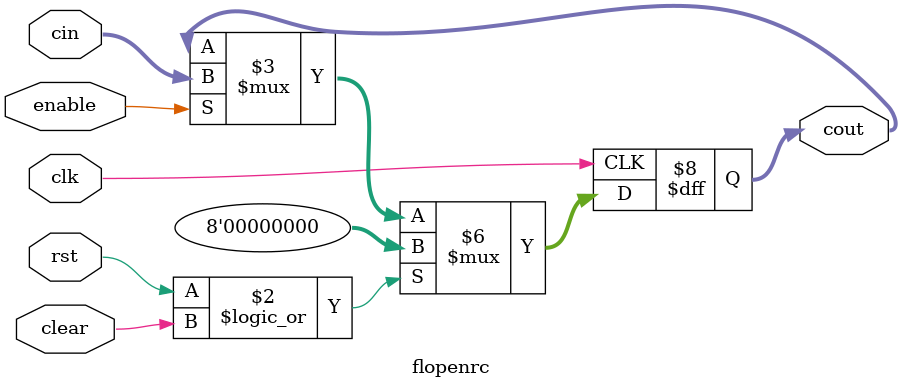
<source format=v>
`timescale 1ns / 1ps


module flopenrc  #(parameter WIDTH = 8)(
	input clk,rst,clear,enable,
	input wire[WIDTH-1:0] cin,
	output reg[WIDTH-1:0] cout
    );
	always @(posedge clk) begin
		if (rst || clear) begin
			// reset
			cout <= 0;
		end
		else if (enable) begin
			cout <= cin;
		end
	end
endmodule

</source>
